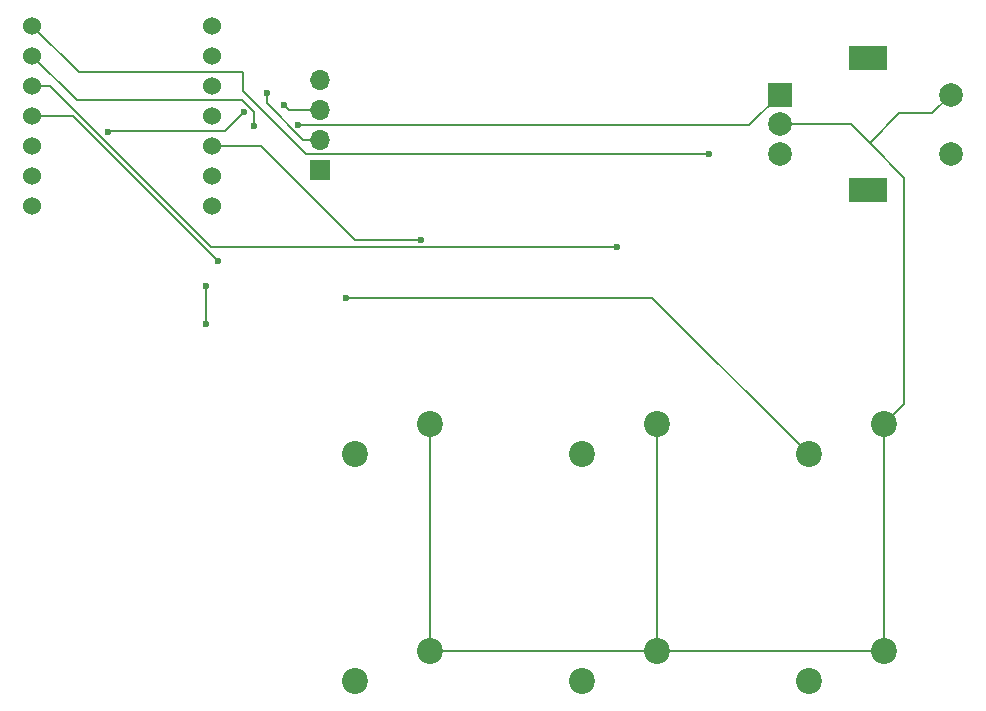
<source format=gbl>
%TF.GenerationSoftware,KiCad,Pcbnew,9.0.6*%
%TF.CreationDate,2025-12-23T15:21:00+08:00*%
%TF.ProjectId,jays-hackpad,6a617973-2d68-4616-936b-7061642e6b69,rev?*%
%TF.SameCoordinates,Original*%
%TF.FileFunction,Copper,L2,Bot*%
%TF.FilePolarity,Positive*%
%FSLAX46Y46*%
G04 Gerber Fmt 4.6, Leading zero omitted, Abs format (unit mm)*
G04 Created by KiCad (PCBNEW 9.0.6) date 2025-12-23 15:21:00*
%MOMM*%
%LPD*%
G01*
G04 APERTURE LIST*
%TA.AperFunction,ComponentPad*%
%ADD10R,2.000000X2.000000*%
%TD*%
%TA.AperFunction,ComponentPad*%
%ADD11C,2.000000*%
%TD*%
%TA.AperFunction,ComponentPad*%
%ADD12R,3.200000X2.000000*%
%TD*%
%TA.AperFunction,ComponentPad*%
%ADD13C,2.200000*%
%TD*%
%TA.AperFunction,ComponentPad*%
%ADD14R,1.700000X1.700000*%
%TD*%
%TA.AperFunction,ComponentPad*%
%ADD15O,1.700000X1.700000*%
%TD*%
%TA.AperFunction,ComponentPad*%
%ADD16C,1.524000*%
%TD*%
%TA.AperFunction,ViaPad*%
%ADD17C,0.600000*%
%TD*%
%TA.AperFunction,Conductor*%
%ADD18C,0.200000*%
%TD*%
G04 APERTURE END LIST*
D10*
%TO.P,SW7,A,A*%
%TO.N,Net-(U1-GPIO27{slash}ADC1{slash}A1)*%
X144650000Y-69900000D03*
D11*
%TO.P,SW7,B,B*%
%TO.N,Net-(U1-GPIO26{slash}ADC0{slash}A0)*%
X144650000Y-74900000D03*
%TO.P,SW7,C,C*%
%TO.N,GND*%
X144650000Y-72400000D03*
D12*
%TO.P,SW7,MP*%
%TO.N,N/C*%
X152150000Y-66800000D03*
X152150000Y-78000000D03*
D11*
%TO.P,SW7,S1,S1*%
%TO.N,Net-(U1-GPIO28{slash}ADC2{slash}A2)*%
X159150000Y-74900000D03*
%TO.P,SW7,S2,S2*%
%TO.N,GND*%
X159150000Y-69900000D03*
%TD*%
D13*
%TO.P,SW5,1,1*%
%TO.N,GND*%
X134240000Y-117020000D03*
%TO.P,SW5,2,2*%
%TO.N,Net-(U1-GPIO0{slash}TX)*%
X127890000Y-119560000D03*
%TD*%
D14*
%TO.P,Brd1,1,GND*%
%TO.N,GND*%
X105685000Y-76295000D03*
D15*
%TO.P,Brd1,2,VCC*%
%TO.N,Net-(Brd1-VCC)*%
X105685000Y-73755000D03*
%TO.P,Brd1,3,SCL*%
%TO.N,Net-(Brd1-SCL)*%
X105685000Y-71215000D03*
%TO.P,Brd1,4,SDA*%
%TO.N,Net-(Brd1-SDA)*%
X105685000Y-68675000D03*
%TD*%
D13*
%TO.P,SW6,1,1*%
%TO.N,GND*%
X153440000Y-117020000D03*
%TO.P,SW6,2,2*%
%TO.N,Net-(U1-GPIO29{slash}ADC3{slash}A3)*%
X147090000Y-119560000D03*
%TD*%
%TO.P,SW3,1,1*%
%TO.N,GND*%
X153440000Y-97820000D03*
%TO.P,SW3,2,2*%
%TO.N,Net-(U1-GPIO2{slash}SCK)*%
X147090000Y-100360000D03*
%TD*%
%TO.P,SW2,1,1*%
%TO.N,GND*%
X134240000Y-97820000D03*
%TO.P,SW2,2,2*%
%TO.N,Net-(U1-GPIO4{slash}MISO)*%
X127890000Y-100360000D03*
%TD*%
%TO.P,SW4,1,1*%
%TO.N,GND*%
X115040000Y-117020000D03*
%TO.P,SW4,2,2*%
%TO.N,Net-(U1-GPIO1{slash}RX)*%
X108690000Y-119560000D03*
%TD*%
D16*
%TO.P,U1,1,GPIO26/ADC0/A0*%
%TO.N,Net-(U1-GPIO26{slash}ADC0{slash}A0)*%
X81380000Y-64080000D03*
%TO.P,U1,2,GPIO27/ADC1/A1*%
%TO.N,Net-(U1-GPIO27{slash}ADC1{slash}A1)*%
X81380000Y-66620000D03*
%TO.P,U1,3,GPIO28/ADC2/A2*%
%TO.N,Net-(U1-GPIO28{slash}ADC2{slash}A2)*%
X81380000Y-69160000D03*
%TO.P,U1,4,GPIO29/ADC3/A3*%
%TO.N,Net-(U1-GPIO29{slash}ADC3{slash}A3)*%
X81380000Y-71700000D03*
%TO.P,U1,5,GPIO6/SDA*%
%TO.N,Net-(Brd1-SDA)*%
X81380000Y-74240000D03*
%TO.P,U1,6,GPIO7/SCL*%
%TO.N,Net-(Brd1-SCL)*%
X81380000Y-76780000D03*
%TO.P,U1,7,GPIO0/TX*%
%TO.N,Net-(U1-GPIO0{slash}TX)*%
X81380000Y-79320000D03*
%TO.P,U1,8,GPIO1/RX*%
%TO.N,Net-(U1-GPIO1{slash}RX)*%
X96620000Y-79320000D03*
%TO.P,U1,9,GPIO2/SCK*%
%TO.N,Net-(U1-GPIO2{slash}SCK)*%
X96620000Y-76780000D03*
%TO.P,U1,10,GPIO4/MISO*%
%TO.N,Net-(U1-GPIO4{slash}MISO)*%
X96620000Y-74240000D03*
%TO.P,U1,11,GPIO3/MOSI*%
%TO.N,Net-(U1-GPIO3{slash}MOSI)*%
X96620000Y-71700000D03*
%TO.P,U1,12,3V3*%
%TO.N,Net-(Brd1-VCC)*%
X96620000Y-69160000D03*
%TO.P,U1,13,GND*%
%TO.N,GND*%
X96620000Y-66620000D03*
%TO.P,U1,14,VBUS*%
%TO.N,+5V*%
X96620000Y-64080000D03*
%TD*%
D13*
%TO.P,SW1,1,1*%
%TO.N,GND*%
X115040000Y-97820000D03*
%TO.P,SW1,2,2*%
%TO.N,Net-(U1-GPIO3{slash}MOSI)*%
X108690000Y-100360000D03*
%TD*%
D17*
%TO.N,Net-(Brd1-SCL)*%
X102700000Y-70800000D03*
%TO.N,Net-(Brd1-VCC)*%
X101200000Y-69800000D03*
%TO.N,Net-(Brd1-SDA)*%
X87800000Y-73100000D03*
X99300000Y-71400000D03*
%TO.N,Net-(U1-GPIO4{slash}MISO)*%
X114300000Y-82200000D03*
%TO.N,Net-(U1-GPIO2{slash}SCK)*%
X107900000Y-87100000D03*
%TO.N,Net-(U1-GPIO1{slash}RX)*%
X96100000Y-89300000D03*
X96100000Y-86100000D03*
%TO.N,Net-(U1-GPIO29{slash}ADC3{slash}A3)*%
X97100000Y-84000000D03*
%TO.N,Net-(U1-GPIO26{slash}ADC0{slash}A0)*%
X138675000Y-74925000D03*
%TO.N,Net-(U1-GPIO28{slash}ADC2{slash}A2)*%
X130900000Y-82800000D03*
%TO.N,Net-(U1-GPIO27{slash}ADC1{slash}A1)*%
X100100000Y-72600000D03*
X103900000Y-72500000D03*
%TD*%
D18*
%TO.N,GND*%
X154750000Y-71500000D02*
X152250000Y-74000000D01*
X155200000Y-96060000D02*
X153440000Y-97820000D01*
X115040000Y-117020000D02*
X134240000Y-117020000D01*
X134240000Y-117020000D02*
X153440000Y-117020000D01*
X155200000Y-76950000D02*
X155200000Y-96060000D01*
X152250000Y-74000000D02*
X155200000Y-76950000D01*
X150650000Y-72400000D02*
X152250000Y-74000000D01*
X153440000Y-117020000D02*
X153440000Y-97820000D01*
X157550000Y-71500000D02*
X159150000Y-69900000D01*
X144650000Y-72400000D02*
X150650000Y-72400000D01*
X134240000Y-117020000D02*
X134240000Y-97820000D01*
X115040000Y-117020000D02*
X115040000Y-97820000D01*
X154750000Y-71500000D02*
X157550000Y-71500000D01*
%TO.N,Net-(Brd1-SCL)*%
X103115000Y-71215000D02*
X105685000Y-71215000D01*
X102700000Y-70800000D02*
X103115000Y-71215000D01*
%TO.N,Net-(Brd1-VCC)*%
X104305057Y-73755000D02*
X105685000Y-73755000D01*
X101200000Y-69800000D02*
X101200000Y-70649943D01*
X101200000Y-70649943D02*
X104305057Y-73755000D01*
%TO.N,Net-(Brd1-SDA)*%
X99300000Y-71400000D02*
X97700000Y-73000000D01*
X87900000Y-73000000D02*
X87800000Y-73100000D01*
X97700000Y-73000000D02*
X87900000Y-73000000D01*
%TO.N,Net-(U1-GPIO4{slash}MISO)*%
X100760000Y-74240000D02*
X96620000Y-74240000D01*
X108720000Y-82200000D02*
X114300000Y-82200000D01*
X100760000Y-74240000D02*
X108720000Y-82200000D01*
%TO.N,Net-(U1-GPIO2{slash}SCK)*%
X133830000Y-87100000D02*
X147090000Y-100360000D01*
X107900000Y-87100000D02*
X133830000Y-87100000D01*
%TO.N,Net-(U1-GPIO1{slash}RX)*%
X96100000Y-86100000D02*
X96100000Y-89300000D01*
%TO.N,Net-(U1-GPIO29{slash}ADC3{slash}A3)*%
X84800000Y-71700000D02*
X81380000Y-71700000D01*
X97100000Y-84000000D02*
X84800000Y-71700000D01*
%TO.N,Net-(U1-GPIO26{slash}ADC0{slash}A0)*%
X104525000Y-74925000D02*
X138675000Y-74925000D01*
X81380000Y-64080000D02*
X85300000Y-68000000D01*
X99200000Y-68000000D02*
X99200000Y-69600000D01*
X85300000Y-68000000D02*
X99200000Y-68000000D01*
X99200000Y-69600000D02*
X104525000Y-74925000D01*
%TO.N,Net-(U1-GPIO28{slash}ADC2{slash}A2)*%
X130900000Y-82800000D02*
X96500000Y-82800000D01*
X96500000Y-82800000D02*
X82860000Y-69160000D01*
X82860000Y-69160000D02*
X81380000Y-69160000D01*
%TO.N,Net-(U1-GPIO27{slash}ADC1{slash}A1)*%
X103900000Y-72500000D02*
X142050000Y-72500000D01*
X100100000Y-72600000D02*
X100100000Y-71350057D01*
X100100000Y-71350057D02*
X99149943Y-70400000D01*
X142050000Y-72500000D02*
X144650000Y-69900000D01*
X99149943Y-70400000D02*
X85160000Y-70400000D01*
X85160000Y-70400000D02*
X81380000Y-66620000D01*
%TD*%
M02*

</source>
